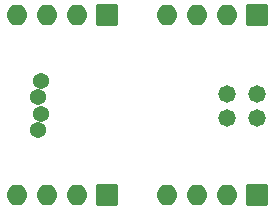
<source format=gbr>
%TF.GenerationSoftware,KiCad,Pcbnew,8.0.6*%
%TF.CreationDate,2024-12-13T22:42:48+00:00*%
%TF.ProjectId,StepperAdapterMount,53746570-7065-4724-9164-61707465724d,RevA*%
%TF.SameCoordinates,Original*%
%TF.FileFunction,Soldermask,Top*%
%TF.FilePolarity,Negative*%
%FSLAX46Y46*%
G04 Gerber Fmt 4.6, Leading zero omitted, Abs format (unit mm)*
G04 Created by KiCad (PCBNEW 8.0.6) date 2024-12-13 22:42:48*
%MOMM*%
%LPD*%
G01*
G04 APERTURE LIST*
G04 Aperture macros list*
%AMRoundRect*
0 Rectangle with rounded corners*
0 $1 Rounding radius*
0 $2 $3 $4 $5 $6 $7 $8 $9 X,Y pos of 4 corners*
0 Add a 4 corners polygon primitive as box body*
4,1,4,$2,$3,$4,$5,$6,$7,$8,$9,$2,$3,0*
0 Add four circle primitives for the rounded corners*
1,1,$1+$1,$2,$3*
1,1,$1+$1,$4,$5*
1,1,$1+$1,$6,$7*
1,1,$1+$1,$8,$9*
0 Add four rect primitives between the rounded corners*
20,1,$1+$1,$2,$3,$4,$5,0*
20,1,$1+$1,$4,$5,$6,$7,0*
20,1,$1+$1,$6,$7,$8,$9,0*
20,1,$1+$1,$8,$9,$2,$3,0*%
G04 Aperture macros list end*
%ADD10O,1.776000X1.776000*%
%ADD11RoundRect,0.038000X0.850000X-0.850000X0.850000X0.850000X-0.850000X0.850000X-0.850000X-0.850000X0*%
%ADD12C,1.376000*%
%ADD13C,1.476000*%
G04 APERTURE END LIST*
D10*
%TO.C,J1*%
X54210000Y-199740000D03*
X56750000Y-199740000D03*
X59290000Y-199740000D03*
D11*
X61830000Y-199740000D03*
%TD*%
D12*
%TO.C,M2*%
X43515000Y-205260000D03*
X43515000Y-208060000D03*
X43315000Y-206660000D03*
X43315000Y-209460000D03*
%TD*%
D11*
%TO.C,J4*%
X49130000Y-214980000D03*
D10*
X46590000Y-214980000D03*
X44050000Y-214980000D03*
X41510000Y-214980000D03*
%TD*%
D11*
%TO.C,J3*%
X49130000Y-199740000D03*
D10*
X46590000Y-199740000D03*
X44050000Y-199740000D03*
X41510000Y-199740000D03*
%TD*%
D11*
%TO.C,J2*%
X61830000Y-214980000D03*
D10*
X59290000Y-214980000D03*
X56750000Y-214980000D03*
X54210000Y-214980000D03*
%TD*%
D13*
%TO.C,M1*%
X61790000Y-206410000D03*
X61790000Y-208410000D03*
X59290000Y-206410000D03*
X59290000Y-208410000D03*
%TD*%
M02*

</source>
